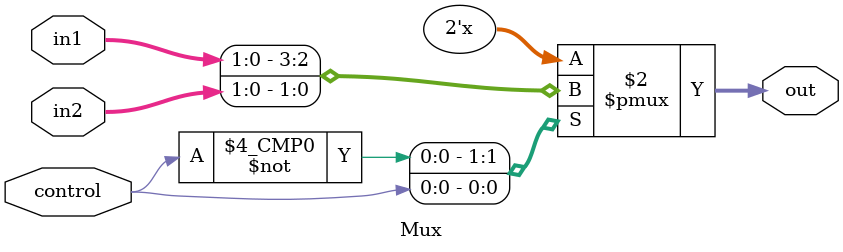
<source format=v>
module Mux #(
    parameter N = 2
) (
    input wire [N -1:0] in1,
    input wire [N -1:0] in2,
    input wire control,
    output reg [N -1:0] out
);

  always @(in1 or in2 or control) begin
    case (control)
      0: out = in1;
      1: out = in2;
    endcase
  end

endmodule

</source>
